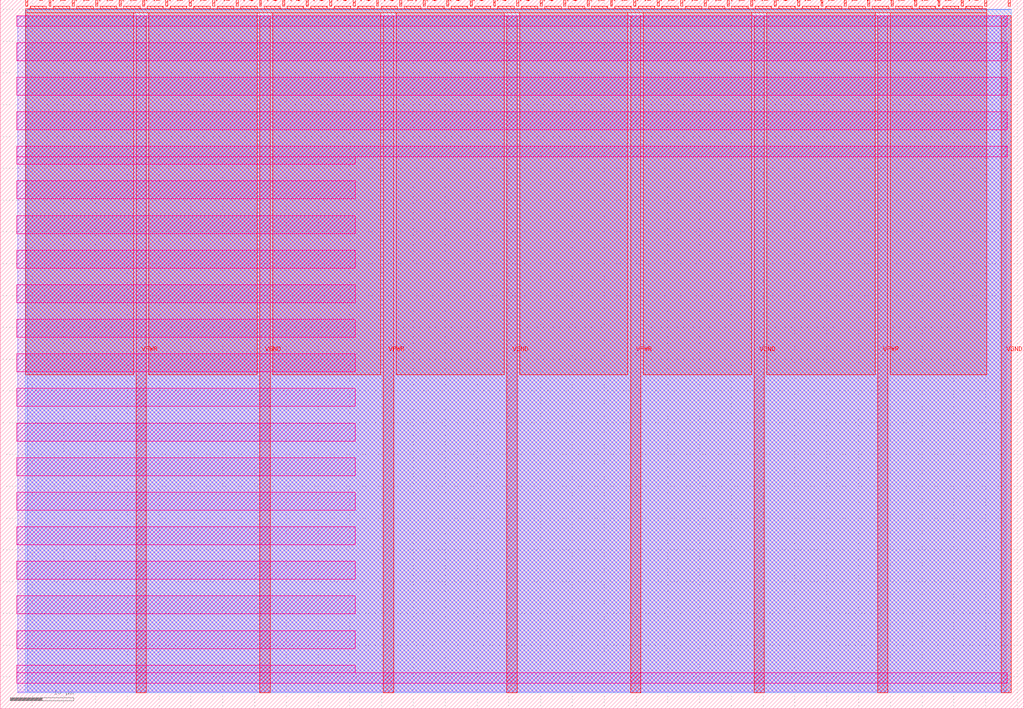
<source format=lef>
VERSION 5.7 ;
  NOWIREEXTENSIONATPIN ON ;
  DIVIDERCHAR "/" ;
  BUSBITCHARS "[]" ;
MACRO tt_um_cm_1
  CLASS BLOCK ;
  FOREIGN tt_um_cm_1 ;
  ORIGIN 0.000 0.000 ;
  SIZE 161.000 BY 111.520 ;
  PIN VGND
    DIRECTION INOUT ;
    USE GROUND ;
    PORT
      LAYER met4 ;
        RECT 40.830 2.480 42.430 109.040 ;
    END
    PORT
      LAYER met4 ;
        RECT 79.700 2.480 81.300 109.040 ;
    END
    PORT
      LAYER met4 ;
        RECT 118.570 2.480 120.170 109.040 ;
    END
    PORT
      LAYER met4 ;
        RECT 157.440 2.480 159.040 109.040 ;
    END
  END VGND
  PIN VPWR
    DIRECTION INOUT ;
    USE POWER ;
    PORT
      LAYER met4 ;
        RECT 21.395 2.480 22.995 109.040 ;
    END
    PORT
      LAYER met4 ;
        RECT 60.265 2.480 61.865 109.040 ;
    END
    PORT
      LAYER met4 ;
        RECT 99.135 2.480 100.735 109.040 ;
    END
    PORT
      LAYER met4 ;
        RECT 138.005 2.480 139.605 109.040 ;
    END
  END VPWR
  PIN clk
    DIRECTION INPUT ;
    USE SIGNAL ;
    ANTENNAGATEAREA 0.852000 ;
    PORT
      LAYER met4 ;
        RECT 154.870 110.520 155.170 111.520 ;
    END
  END clk
  PIN ena
    DIRECTION INPUT ;
    USE SIGNAL ;
    PORT
      LAYER met4 ;
        RECT 158.550 110.520 158.850 111.520 ;
    END
  END ena
  PIN rst_n
    DIRECTION INPUT ;
    USE SIGNAL ;
    ANTENNAGATEAREA 0.213000 ;
    PORT
      LAYER met4 ;
        RECT 151.190 110.520 151.490 111.520 ;
    END
  END rst_n
  PIN ui_in[0]
    DIRECTION INPUT ;
    USE SIGNAL ;
    PORT
      LAYER met4 ;
        RECT 147.510 110.520 147.810 111.520 ;
    END
  END ui_in[0]
  PIN ui_in[1]
    DIRECTION INPUT ;
    USE SIGNAL ;
    PORT
      LAYER met4 ;
        RECT 143.830 110.520 144.130 111.520 ;
    END
  END ui_in[1]
  PIN ui_in[2]
    DIRECTION INPUT ;
    USE SIGNAL ;
    PORT
      LAYER met4 ;
        RECT 140.150 110.520 140.450 111.520 ;
    END
  END ui_in[2]
  PIN ui_in[3]
    DIRECTION INPUT ;
    USE SIGNAL ;
    PORT
      LAYER met4 ;
        RECT 136.470 110.520 136.770 111.520 ;
    END
  END ui_in[3]
  PIN ui_in[4]
    DIRECTION INPUT ;
    USE SIGNAL ;
    PORT
      LAYER met4 ;
        RECT 132.790 110.520 133.090 111.520 ;
    END
  END ui_in[4]
  PIN ui_in[5]
    DIRECTION INPUT ;
    USE SIGNAL ;
    PORT
      LAYER met4 ;
        RECT 129.110 110.520 129.410 111.520 ;
    END
  END ui_in[5]
  PIN ui_in[6]
    DIRECTION INPUT ;
    USE SIGNAL ;
    PORT
      LAYER met4 ;
        RECT 125.430 110.520 125.730 111.520 ;
    END
  END ui_in[6]
  PIN ui_in[7]
    DIRECTION INPUT ;
    USE SIGNAL ;
    PORT
      LAYER met4 ;
        RECT 121.750 110.520 122.050 111.520 ;
    END
  END ui_in[7]
  PIN uio_in[0]
    DIRECTION INPUT ;
    USE SIGNAL ;
    ANTENNAGATEAREA 0.213000 ;
    PORT
      LAYER met4 ;
        RECT 118.070 110.520 118.370 111.520 ;
    END
  END uio_in[0]
  PIN uio_in[1]
    DIRECTION INPUT ;
    USE SIGNAL ;
    PORT
      LAYER met4 ;
        RECT 114.390 110.520 114.690 111.520 ;
    END
  END uio_in[1]
  PIN uio_in[2]
    DIRECTION INPUT ;
    USE SIGNAL ;
    PORT
      LAYER met4 ;
        RECT 110.710 110.520 111.010 111.520 ;
    END
  END uio_in[2]
  PIN uio_in[3]
    DIRECTION INPUT ;
    USE SIGNAL ;
    PORT
      LAYER met4 ;
        RECT 107.030 110.520 107.330 111.520 ;
    END
  END uio_in[3]
  PIN uio_in[4]
    DIRECTION INPUT ;
    USE SIGNAL ;
    PORT
      LAYER met4 ;
        RECT 103.350 110.520 103.650 111.520 ;
    END
  END uio_in[4]
  PIN uio_in[5]
    DIRECTION INPUT ;
    USE SIGNAL ;
    PORT
      LAYER met4 ;
        RECT 99.670 110.520 99.970 111.520 ;
    END
  END uio_in[5]
  PIN uio_in[6]
    DIRECTION INPUT ;
    USE SIGNAL ;
    PORT
      LAYER met4 ;
        RECT 95.990 110.520 96.290 111.520 ;
    END
  END uio_in[6]
  PIN uio_in[7]
    DIRECTION INPUT ;
    USE SIGNAL ;
    PORT
      LAYER met4 ;
        RECT 92.310 110.520 92.610 111.520 ;
    END
  END uio_in[7]
  PIN uio_oe[0]
    DIRECTION OUTPUT TRISTATE ;
    USE SIGNAL ;
    PORT
      LAYER met4 ;
        RECT 29.750 110.520 30.050 111.520 ;
    END
  END uio_oe[0]
  PIN uio_oe[1]
    DIRECTION OUTPUT TRISTATE ;
    USE SIGNAL ;
    PORT
      LAYER met4 ;
        RECT 26.070 110.520 26.370 111.520 ;
    END
  END uio_oe[1]
  PIN uio_oe[2]
    DIRECTION OUTPUT TRISTATE ;
    USE SIGNAL ;
    PORT
      LAYER met4 ;
        RECT 22.390 110.520 22.690 111.520 ;
    END
  END uio_oe[2]
  PIN uio_oe[3]
    DIRECTION OUTPUT TRISTATE ;
    USE SIGNAL ;
    PORT
      LAYER met4 ;
        RECT 18.710 110.520 19.010 111.520 ;
    END
  END uio_oe[3]
  PIN uio_oe[4]
    DIRECTION OUTPUT TRISTATE ;
    USE SIGNAL ;
    PORT
      LAYER met4 ;
        RECT 15.030 110.520 15.330 111.520 ;
    END
  END uio_oe[4]
  PIN uio_oe[5]
    DIRECTION OUTPUT TRISTATE ;
    USE SIGNAL ;
    PORT
      LAYER met4 ;
        RECT 11.350 110.520 11.650 111.520 ;
    END
  END uio_oe[5]
  PIN uio_oe[6]
    DIRECTION OUTPUT TRISTATE ;
    USE SIGNAL ;
    PORT
      LAYER met4 ;
        RECT 7.670 110.520 7.970 111.520 ;
    END
  END uio_oe[6]
  PIN uio_oe[7]
    DIRECTION OUTPUT TRISTATE ;
    USE SIGNAL ;
    PORT
      LAYER met4 ;
        RECT 3.990 110.520 4.290 111.520 ;
    END
  END uio_oe[7]
  PIN uio_out[0]
    DIRECTION OUTPUT TRISTATE ;
    USE SIGNAL ;
    PORT
      LAYER met4 ;
        RECT 59.190 110.520 59.490 111.520 ;
    END
  END uio_out[0]
  PIN uio_out[1]
    DIRECTION OUTPUT TRISTATE ;
    USE SIGNAL ;
    PORT
      LAYER met4 ;
        RECT 55.510 110.520 55.810 111.520 ;
    END
  END uio_out[1]
  PIN uio_out[2]
    DIRECTION OUTPUT TRISTATE ;
    USE SIGNAL ;
    PORT
      LAYER met4 ;
        RECT 51.830 110.520 52.130 111.520 ;
    END
  END uio_out[2]
  PIN uio_out[3]
    DIRECTION OUTPUT TRISTATE ;
    USE SIGNAL ;
    PORT
      LAYER met4 ;
        RECT 48.150 110.520 48.450 111.520 ;
    END
  END uio_out[3]
  PIN uio_out[4]
    DIRECTION OUTPUT TRISTATE ;
    USE SIGNAL ;
    PORT
      LAYER met4 ;
        RECT 44.470 110.520 44.770 111.520 ;
    END
  END uio_out[4]
  PIN uio_out[5]
    DIRECTION OUTPUT TRISTATE ;
    USE SIGNAL ;
    PORT
      LAYER met4 ;
        RECT 40.790 110.520 41.090 111.520 ;
    END
  END uio_out[5]
  PIN uio_out[6]
    DIRECTION OUTPUT TRISTATE ;
    USE SIGNAL ;
    PORT
      LAYER met4 ;
        RECT 37.110 110.520 37.410 111.520 ;
    END
  END uio_out[6]
  PIN uio_out[7]
    DIRECTION OUTPUT TRISTATE ;
    USE SIGNAL ;
    PORT
      LAYER met4 ;
        RECT 33.430 110.520 33.730 111.520 ;
    END
  END uio_out[7]
  PIN uo_out[0]
    DIRECTION OUTPUT TRISTATE ;
    USE SIGNAL ;
    ANTENNADIFFAREA 0.445500 ;
    PORT
      LAYER met4 ;
        RECT 88.630 110.520 88.930 111.520 ;
    END
  END uo_out[0]
  PIN uo_out[1]
    DIRECTION OUTPUT TRISTATE ;
    USE SIGNAL ;
    ANTENNADIFFAREA 0.445500 ;
    PORT
      LAYER met4 ;
        RECT 84.950 110.520 85.250 111.520 ;
    END
  END uo_out[1]
  PIN uo_out[2]
    DIRECTION OUTPUT TRISTATE ;
    USE SIGNAL ;
    ANTENNADIFFAREA 0.445500 ;
    PORT
      LAYER met4 ;
        RECT 81.270 110.520 81.570 111.520 ;
    END
  END uo_out[2]
  PIN uo_out[3]
    DIRECTION OUTPUT TRISTATE ;
    USE SIGNAL ;
    ANTENNADIFFAREA 0.445500 ;
    PORT
      LAYER met4 ;
        RECT 77.590 110.520 77.890 111.520 ;
    END
  END uo_out[3]
  PIN uo_out[4]
    DIRECTION OUTPUT TRISTATE ;
    USE SIGNAL ;
    ANTENNADIFFAREA 0.445500 ;
    PORT
      LAYER met4 ;
        RECT 73.910 110.520 74.210 111.520 ;
    END
  END uo_out[4]
  PIN uo_out[5]
    DIRECTION OUTPUT TRISTATE ;
    USE SIGNAL ;
    ANTENNADIFFAREA 0.445500 ;
    PORT
      LAYER met4 ;
        RECT 70.230 110.520 70.530 111.520 ;
    END
  END uo_out[5]
  PIN uo_out[6]
    DIRECTION OUTPUT TRISTATE ;
    USE SIGNAL ;
    ANTENNADIFFAREA 0.445500 ;
    PORT
      LAYER met4 ;
        RECT 66.550 110.520 66.850 111.520 ;
    END
  END uo_out[6]
  PIN uo_out[7]
    DIRECTION OUTPUT TRISTATE ;
    USE SIGNAL ;
    ANTENNADIFFAREA 0.445500 ;
    PORT
      LAYER met4 ;
        RECT 62.870 110.520 63.170 111.520 ;
    END
  END uo_out[7]
  OBS
      LAYER nwell ;
        RECT 2.570 107.385 158.430 108.990 ;
        RECT 2.570 101.945 158.430 104.775 ;
        RECT 2.570 96.505 158.430 99.335 ;
        RECT 2.570 91.065 158.430 93.895 ;
        RECT 2.570 86.850 158.430 88.455 ;
        RECT 2.570 85.625 55.850 86.850 ;
        RECT 2.570 80.185 55.850 83.015 ;
        RECT 2.570 74.745 55.850 77.575 ;
        RECT 2.570 69.305 55.850 72.135 ;
        RECT 2.570 63.865 55.850 66.695 ;
        RECT 2.570 58.425 55.850 61.255 ;
        RECT 2.570 52.985 55.850 55.815 ;
        RECT 2.570 47.545 55.850 50.375 ;
        RECT 2.570 42.105 55.850 44.935 ;
        RECT 2.570 36.665 55.850 39.495 ;
        RECT 2.570 31.225 55.850 34.055 ;
        RECT 2.570 25.785 55.850 28.615 ;
        RECT 2.570 20.345 55.850 23.175 ;
        RECT 2.570 14.905 55.850 17.735 ;
        RECT 2.570 9.465 55.850 12.295 ;
        RECT 2.570 5.630 55.850 6.855 ;
        RECT 2.570 4.025 158.430 5.630 ;
      LAYER li1 ;
        RECT 2.760 2.635 158.240 108.885 ;
      LAYER met1 ;
        RECT 2.760 2.480 159.040 109.040 ;
      LAYER met2 ;
        RECT 4.230 2.535 159.010 110.005 ;
      LAYER met3 ;
        RECT 3.950 2.555 159.030 109.985 ;
      LAYER met4 ;
        RECT 4.690 110.120 7.270 110.520 ;
        RECT 8.370 110.120 10.950 110.520 ;
        RECT 12.050 110.120 14.630 110.520 ;
        RECT 15.730 110.120 18.310 110.520 ;
        RECT 19.410 110.120 21.990 110.520 ;
        RECT 23.090 110.120 25.670 110.520 ;
        RECT 26.770 110.120 29.350 110.520 ;
        RECT 30.450 110.120 33.030 110.520 ;
        RECT 34.130 110.120 36.710 110.520 ;
        RECT 37.810 110.120 40.390 110.520 ;
        RECT 41.490 110.120 44.070 110.520 ;
        RECT 45.170 110.120 47.750 110.520 ;
        RECT 48.850 110.120 51.430 110.520 ;
        RECT 52.530 110.120 55.110 110.520 ;
        RECT 56.210 110.120 58.790 110.520 ;
        RECT 59.890 110.120 62.470 110.520 ;
        RECT 63.570 110.120 66.150 110.520 ;
        RECT 67.250 110.120 69.830 110.520 ;
        RECT 70.930 110.120 73.510 110.520 ;
        RECT 74.610 110.120 77.190 110.520 ;
        RECT 78.290 110.120 80.870 110.520 ;
        RECT 81.970 110.120 84.550 110.520 ;
        RECT 85.650 110.120 88.230 110.520 ;
        RECT 89.330 110.120 91.910 110.520 ;
        RECT 93.010 110.120 95.590 110.520 ;
        RECT 96.690 110.120 99.270 110.520 ;
        RECT 100.370 110.120 102.950 110.520 ;
        RECT 104.050 110.120 106.630 110.520 ;
        RECT 107.730 110.120 110.310 110.520 ;
        RECT 111.410 110.120 113.990 110.520 ;
        RECT 115.090 110.120 117.670 110.520 ;
        RECT 118.770 110.120 121.350 110.520 ;
        RECT 122.450 110.120 125.030 110.520 ;
        RECT 126.130 110.120 128.710 110.520 ;
        RECT 129.810 110.120 132.390 110.520 ;
        RECT 133.490 110.120 136.070 110.520 ;
        RECT 137.170 110.120 139.750 110.520 ;
        RECT 140.850 110.120 143.430 110.520 ;
        RECT 144.530 110.120 147.110 110.520 ;
        RECT 148.210 110.120 150.790 110.520 ;
        RECT 151.890 110.120 154.470 110.520 ;
        RECT 3.975 109.440 155.185 110.120 ;
        RECT 3.975 52.535 20.995 109.440 ;
        RECT 23.395 52.535 40.430 109.440 ;
        RECT 42.830 52.535 59.865 109.440 ;
        RECT 62.265 52.535 79.300 109.440 ;
        RECT 81.700 52.535 98.735 109.440 ;
        RECT 101.135 52.535 118.170 109.440 ;
        RECT 120.570 52.535 137.605 109.440 ;
        RECT 140.005 52.535 155.185 109.440 ;
  END
END tt_um_cm_1
END LIBRARY


</source>
